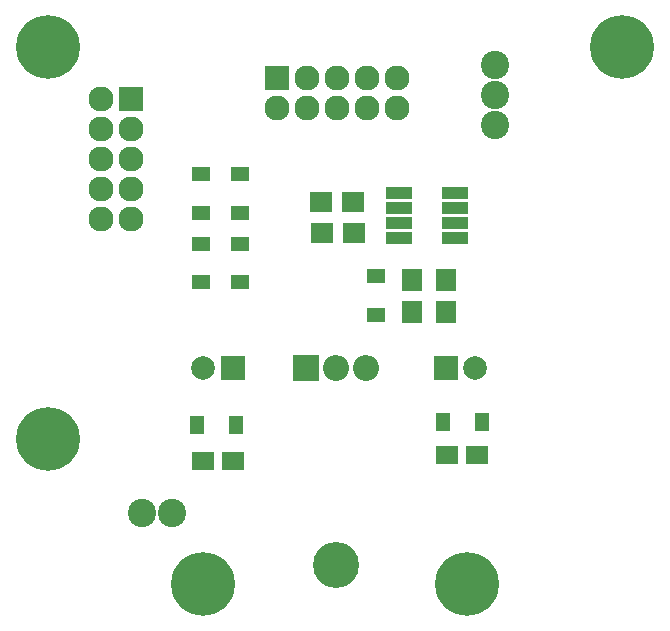
<source format=gbr>
G04 #@! TF.FileFunction,Soldermask,Top*
%FSLAX46Y46*%
G04 Gerber Fmt 4.6, Leading zero omitted, Abs format (unit mm)*
G04 Created by KiCad (PCBNEW 4.0.7-e2-6376~58~ubuntu16.04.1) date Thu Nov  2 10:40:48 2017*
%MOMM*%
%LPD*%
G01*
G04 APERTURE LIST*
%ADD10C,0.100000*%
%ADD11C,5.400000*%
%ADD12R,1.900000X1.650000*%
%ADD13R,2.000000X2.000000*%
%ADD14C,2.000000*%
%ADD15R,1.620000X1.310000*%
%ADD16R,1.310000X1.620000*%
%ADD17R,2.127200X2.127200*%
%ADD18O,2.127200X2.127200*%
%ADD19C,2.400000*%
%ADD20R,1.700000X1.900000*%
%ADD21R,1.900000X1.700000*%
%ADD22R,2.180000X1.120000*%
%ADD23O,3.900000X3.900000*%
%ADD24R,2.200000X2.200000*%
%ADD25O,2.200000X2.200000*%
G04 APERTURE END LIST*
D10*
D11*
X102500000Y-135700000D03*
X115600000Y-148000000D03*
X151100000Y-102500000D03*
X138000000Y-148000000D03*
D12*
X118161000Y-137592000D03*
X115661000Y-137592000D03*
D13*
X118161000Y-129718000D03*
D14*
X115661000Y-129718000D03*
D12*
X136322000Y-137084000D03*
X138822000Y-137084000D03*
D13*
X136195000Y-129718000D03*
D14*
X138695000Y-129718000D03*
D15*
X130289500Y-121923500D03*
X130289500Y-125193500D03*
D16*
X118399000Y-134544000D03*
X115129000Y-134544000D03*
X135957000Y-134290000D03*
X139227000Y-134290000D03*
D15*
X118796000Y-122463000D03*
X118796000Y-119193000D03*
X118796000Y-116557500D03*
X118796000Y-113287500D03*
X115494000Y-122463000D03*
X115494000Y-119193000D03*
X115494000Y-116557500D03*
X115494000Y-113287500D03*
D17*
X121920000Y-105160000D03*
D18*
X121920000Y-107700000D03*
X124460000Y-105160000D03*
X124460000Y-107700000D03*
X127000000Y-105160000D03*
X127000000Y-107700000D03*
X129540000Y-105160000D03*
X129540000Y-107700000D03*
X132080000Y-105160000D03*
X132080000Y-107700000D03*
D19*
X110460000Y-142000000D03*
X113000000Y-142000000D03*
D17*
X109525000Y-106921500D03*
D18*
X106985000Y-106921500D03*
X109525000Y-109461500D03*
X106985000Y-109461500D03*
X109525000Y-112001500D03*
X106985000Y-112001500D03*
X109525000Y-114541500D03*
X106985000Y-114541500D03*
X109525000Y-117081500D03*
X106985000Y-117081500D03*
D19*
X140322500Y-104064000D03*
X140322500Y-106604000D03*
X140322500Y-109144000D03*
D20*
X136195000Y-124972000D03*
X136195000Y-122272000D03*
X133337500Y-124972000D03*
X133337500Y-122272000D03*
D21*
X125654000Y-115621000D03*
X128354000Y-115621000D03*
X125701000Y-118288000D03*
X128401000Y-118288000D03*
D22*
X136938000Y-118732500D03*
X136938000Y-117462500D03*
X136938000Y-116192500D03*
X136938000Y-114922500D03*
X132258000Y-114922500D03*
X132258000Y-116192500D03*
X132258000Y-117462500D03*
X132258000Y-118732500D03*
D11*
X102500000Y-102500000D03*
D23*
X126924000Y-146378000D03*
D24*
X124384000Y-129718000D03*
D25*
X126924000Y-129718000D03*
X129464000Y-129718000D03*
M02*

</source>
